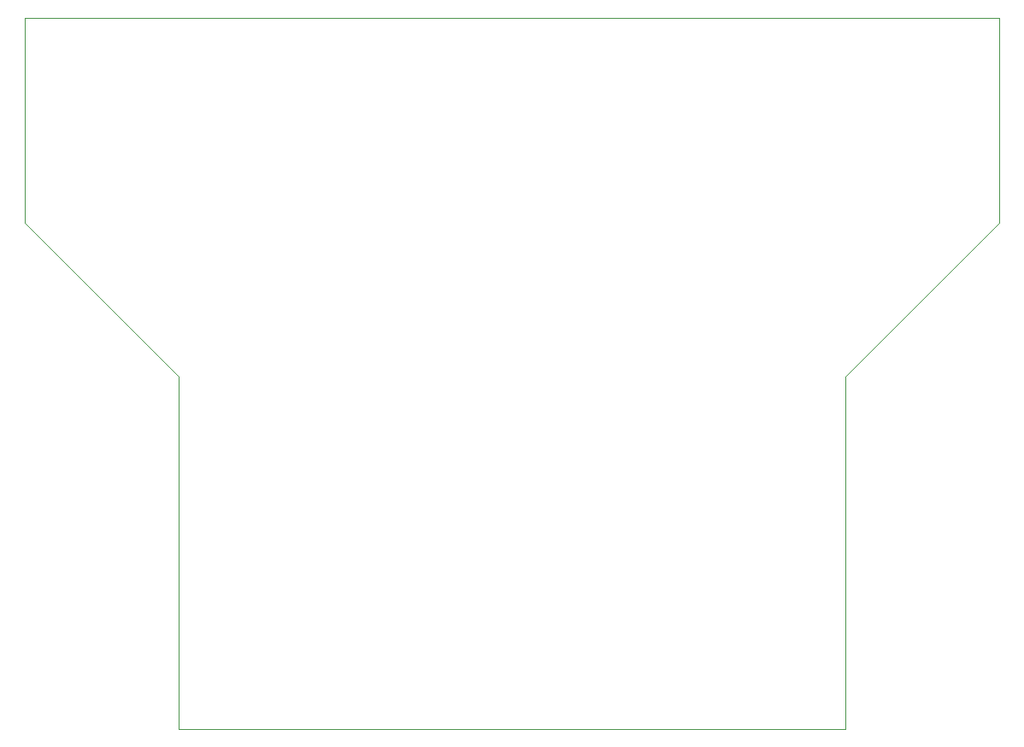
<source format=gm1>
%TF.GenerationSoftware,KiCad,Pcbnew,4.0.2+dfsg1-stable*%
%TF.CreationDate,2019-06-17T20:18:25+02:00*%
%TF.ProjectId,usbavrfloppy,757362617672666C6F7070792E6B6963,rev?*%
%TF.FileFunction,Profile,NP*%
%FSLAX46Y46*%
G04 Gerber Fmt 4.6, Leading zero omitted, Abs format (unit mm)*
G04 Created by KiCad (PCBNEW 4.0.2+dfsg1-stable) date Mon 17 Jun 2019 20:18:25 CEST*
%MOMM*%
G01*
G04 APERTURE LIST*
%ADD10C,0.100000*%
G04 APERTURE END LIST*
D10*
X119380000Y-128905000D02*
X119380000Y-127000000D01*
X185420000Y-128905000D02*
X119380000Y-128905000D01*
X185420000Y-127000000D02*
X185420000Y-128905000D01*
X200660000Y-78740000D02*
X200660000Y-58420000D01*
X185420000Y-93980000D02*
X200660000Y-78740000D01*
X185420000Y-127000000D02*
X185420000Y-93980000D01*
X119380000Y-93980000D02*
X119380000Y-127000000D01*
X104140000Y-78740000D02*
X119380000Y-93980000D01*
X104140000Y-58420000D02*
X104140000Y-78740000D01*
X104140000Y-58420000D02*
X200660000Y-58420000D01*
M02*

</source>
